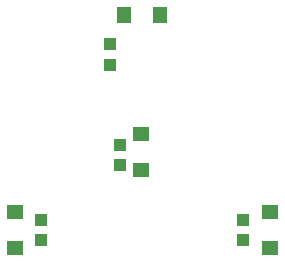
<source format=gtp>
G75*
%MOIN*%
%OFA0B0*%
%FSLAX25Y25*%
%IPPOS*%
%LPD*%
%AMOC8*
5,1,8,0,0,1.08239X$1,22.5*
%
%ADD10R,0.05512X0.04724*%
%ADD11R,0.04724X0.05512*%
%ADD12R,0.03937X0.04331*%
D10*
X0043161Y0043278D03*
X0043161Y0055089D03*
X0085161Y0069278D03*
X0085161Y0081089D03*
X0128161Y0055089D03*
X0128161Y0043278D03*
D11*
X0091317Y0120933D03*
X0079506Y0120933D03*
D12*
X0074661Y0111030D03*
X0074661Y0104337D03*
X0078161Y0077530D03*
X0078161Y0070837D03*
X0051661Y0052530D03*
X0051661Y0045837D03*
X0119161Y0045837D03*
X0119161Y0052530D03*
M02*

</source>
